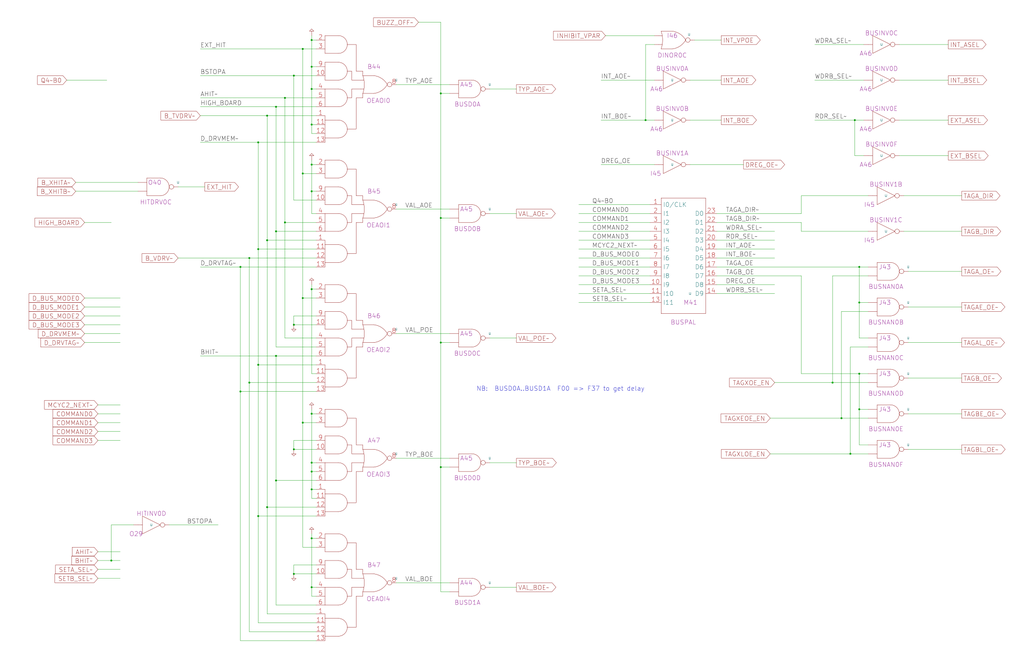
<source format=kicad_sch>
(kicad_sch (version 20220404) (generator eeschema)
  (paper "User" 584.2 378.46)
  (title_block (title "BUS CONTROL") (date "08-MAR-90") (rev "0.0") (comment 1 "MEM32 BOARD") (comment 2 "232-003066") (comment 3 "S400") (comment 4 "RELEASED"))
  (lib_symbols
    (symbol "r1000:BUSPAL" (pin_names (offset 1.016))
      (property "Reference" "U" (at 2.54 5.08 0))
      (property "Value" "BUSPAL" (at -11.43 -5.08 0))
      (property "Location" "___" (at -1.27 0 0))
      (property "Name" "______" (at -1.27 -12.7 0))
      (symbol "BUSPAL_1_1"
        (rectangle (start -13.97 59.69) (end 11.43 -6.35))
        (pin input line (at -20.32 55.88 0) (length 6.35) (name "I0/CLK") (number "1"))
        (pin input line (at -20.32 10.16 0) (length 6.35) (name "I9") (number "10"))
        (pin input line (at -20.32 5.08 0) (length 6.35) (name "I10") (number "11"))
        (pin input line (at -20.32 0 0) (length 6.35) (name "I11") (number "13"))
        (pin output line (at 17.78 5.08 180) (length 6.35) (name "D9") (number "14"))
        (pin output line (at 17.78 10.16 180) (length 6.35) (name "D8") (number "15"))
        (pin output line (at 17.78 15.24 180) (length 6.35) (name "D7") (number "16"))
        (pin output line (at 17.78 20.32 180) (length 6.35) (name "D6") (number "17"))
        (pin output line (at 17.78 25.4 180) (length 6.35) (name "D5") (number "18"))
        (pin output line (at 17.78 30.48 180) (length 6.35) (name "D4") (number "19"))
        (pin input line (at -20.32 50.8 0) (length 6.35) (name "I1") (number "2"))
        (pin output line (at 17.78 35.56 180) (length 6.35) (name "D3") (number "20"))
        (pin output line (at 17.78 40.64 180) (length 6.35) (name "D2") (number "21"))
        (pin output line (at 17.78 45.72 180) (length 6.35) (name "D1") (number "22"))
        (pin output line (at 17.78 50.8 180) (length 6.35) (name "D0") (number "23"))
        (pin input line (at -20.32 45.72 0) (length 6.35) (name "I2") (number "3"))
        (pin input line (at -20.32 40.64 0) (length 6.35) (name "I3") (number "4"))
        (pin input line (at -20.32 35.56 0) (length 6.35) (name "I4") (number "5"))
        (pin input line (at -20.32 30.48 0) (length 6.35) (name "I5") (number "6"))
        (pin input line (at -20.32 25.4 0) (length 6.35) (name "I6") (number "7"))
        (pin input line (at -20.32 20.32 0) (length 6.35) (name "I7") (number "8"))
        (pin input line (at -20.32 15.24 0) (length 6.35) (name "I8") (number "9"))
      )
    )
    (symbol "r1000:F00" (pin_numbers hide) (pin_names hide)
      (property "Reference" "U" (at 15.24 0 0))
      (property "Value" "F00" (at 1.905 -5.08 0))
      (property "Location" "___" (at 1.905 0 0))
      (property "Name" "______" (at 2.54 -12.7 0))
      (symbol "F00_0_1"
        (polyline (pts (xy -2.54 -7.62) (xy 5.08 -7.62)) (stroke (width 0.1524)))
        (polyline (pts (xy -2.54 2.54) (xy -2.54 -7.62)) (stroke (width 0.1524)))
        (polyline (pts (xy -2.54 2.54) (xy 5.08 2.54)) (stroke (width 0.1524)))
        (arc (start 5.08 -7.62) (mid 10.1282 -2.54) (end 5.08 2.54) (stroke (width 0.1524)))
        (circle (center 11.43 -2.54) (radius 1.27) (stroke (width 0.1524)))
      )
      (symbol "F00_0_2"
        (circle (center -3.81 -5.08) (radius 1.27) (stroke (width 0.1524)))
        (circle (center -3.81 0) (radius 1.27) (stroke (width 0.1524)))
        (arc (start -3.175 -7.62) (mid -2.134 -2.54) (end -3.175 2.54) (stroke (width 0.1524)))
        (polyline (pts (xy -3.175 -7.62) (xy 3.81 -7.62)) (stroke (width 0.1524)))
        (polyline (pts (xy -3.175 2.54) (xy 3.81 2.54)) (stroke (width 0.1524)))
        (arc (start 3.81 -7.62) (mid 7.5855 -5.8306) (end 10.16 -2.54) (stroke (width 0.1524)))
        (arc (start 10.16 -2.54) (mid 7.5827 0.7471) (end 3.81 2.54) (stroke (width 0.1524)))
      )
      (symbol "F00_1_1"
        (pin input line (at -7.62 0 0) (length 5.08) (name "D0") (number "1"))
        (pin input line (at -7.62 -5.08 0) (length 5.08) (name "D1") (number "2"))
        (pin output line (at 15.24 -2.54 180) (length 2.54) (name "Q") (number "3"))
      )
      (symbol "F00_1_2"
        (pin input line (at -7.62 0 0) (length 2.54) (name "D0") (number "1"))
        (pin input line (at -7.62 -5.08 0) (length 2.54) (name "D1") (number "2"))
        (pin output line (at 15.24 -2.54 180) (length 5.08) (name "Q") (number "3"))
      )
    )
    (symbol "r1000:F02" (pin_numbers hide) (pin_names hide)
      (property "Reference" "U" (at 12.16 0.635 0))
      (property "Value" "F02" (at -1.27 -4.445 0))
      (property "Location" "___" (at 2.54 0 0))
      (property "Name" "______" (at 2.54 -12.7 0))
      (symbol "F02_0_1"
        (arc (start -3.81 -7.62) (mid -2.9847 -2.54) (end -3.81 2.54) (stroke (width 0.1524)))
        (polyline (pts (xy -5.08 -5.08) (xy -3.175 -5.08)) (stroke (width 0.1524)))
        (polyline (pts (xy -5.08 0) (xy -3.175 0)) (stroke (width 0.1524)))
        (polyline (pts (xy -3.81 -7.62) (xy 2.54 -7.62)) (stroke (width 0.1524)))
        (polyline (pts (xy -3.81 2.54) (xy 2.54 2.54)) (stroke (width 0.1524)))
        (polyline (pts (xy 13.97 -2.54) (xy 12.7 -2.54)) (stroke (width 0.1524)))
        (arc (start 2.54 -7.62) (mid 6.9515 -5.9823) (end 10.16 -2.54) (stroke (width 0.1524)))
        (arc (start 10.16 -2.54) (mid 6.9478 0.8966) (end 2.54 2.54) (stroke (width 0.1524)))
        (circle (center 11.43 -2.54) (radius 1.27) (stroke (width 0.1524)))
      )
      (symbol "F02_0_2"
        (circle (center -3.81 -5.08) (radius 1.27) (stroke (width 0.1524)))
        (circle (center -3.81 0) (radius 1.27) (stroke (width 0.1524)))
        (polyline (pts (xy -2.54 -7.62) (xy 5.08 -7.62)) (stroke (width 0.1524)))
        (polyline (pts (xy -2.54 2.54) (xy -2.54 -7.62)) (stroke (width 0.1524)))
        (polyline (pts (xy -2.54 2.54) (xy 5.08 2.54)) (stroke (width 0.1524)))
        (polyline (pts (xy 11.43 -2.54) (xy 10.16 -2.54)) (stroke (width 0.1524)))
        (polyline (pts (xy 11.43 -2.54) (xy 12.7 -2.54)) (stroke (width 0.1524)))
        (arc (start 5.08 -7.62) (mid 10.1282 -2.54) (end 5.08 2.54) (stroke (width 0.1524)))
      )
      (symbol "F02_1_1"
        (pin input line (at -7.62 0 0) (length 2.54) (name "D0") (number "1"))
        (pin input line (at -7.62 -5.08 0) (length 2.54) (name "D1") (number "2"))
        (pin output line (at 15.24 -2.54 180) (length 1.27) (name "Q") (number "3"))
      )
      (symbol "F02_1_2"
        (pin input line (at -7.62 0 0) (length 2.54) (name "D0") (number "1"))
        (pin input line (at -7.62 -5.08 0) (length 2.54) (name "D1") (number "2"))
        (pin output line (at 15.24 -2.54 180) (length 2.54) (name "Q") (number "3"))
      )
    )
    (symbol "r1000:F04" (pin_numbers hide) (pin_names hide)
      (property "Reference" "U" (at 0 0 0))
      (property "Value" "F04" (at 1.27 -5.08 0))
      (property "Location" "___" (at -12.7 -5.08 0))
      (property "Name" "______" (at 0 5.08 0))
      (symbol "F04_0_1"
        (polyline (pts (xy -7.62 0) (xy -5.08 0)) (stroke (width 0.1524)))
        (polyline (pts (xy -5.08 5.08) (xy -5.08 -5.08)) (stroke (width 0.1524)))
        (polyline (pts (xy 5.08 0) (xy -5.08 -5.08)) (stroke (width 0.1524)))
        (polyline (pts (xy 5.08 0) (xy -5.08 5.08)) (stroke (width 0.1524)))
        (circle (center 6.35 0) (radius 1.27) (stroke (width 0.1524)))
      )
      (symbol "F04_1_1"
        (pin input line (at -10.16 0 0) (length 2.54) (name "D0") (number "1"))
        (pin output line (at 10.16 0 180) (length 2.54) (name "Q") (number "2"))
      )
    )
    (symbol "r1000:F37" (pin_numbers hide) (pin_names (offset 0) hide)
      (property "Reference" "U" (at 15.24 0 0))
      (property "Value" "F37" (at 1.905 -5.08 0))
      (property "Location" "___" (at 1.905 0 0))
      (property "Name" "______" (at 2.54 -12.7 0))
      (symbol "F37_0_1"
        (polyline (pts (xy -2.54 -7.62) (xy 5.08 -7.62)) (stroke (width 0.1524)))
        (polyline (pts (xy -2.54 2.54) (xy -2.54 -7.62)) (stroke (width 0.1524)))
        (polyline (pts (xy -2.54 2.54) (xy 5.08 2.54)) (stroke (width 0.1524)))
        (arc (start 5.08 -7.62) (mid 10.1282 -2.54) (end 5.08 2.54) (stroke (width 0.1524)))
        (circle (center 11.43 -2.54) (radius 1.27) (stroke (width 0.1524)))
      )
      (symbol "F37_0_2"
        (circle (center -3.81 -5.08) (radius 1.27) (stroke (width 0.1524)))
        (circle (center -3.81 0) (radius 1.27) (stroke (width 0.1524)))
        (arc (start -3.175 -7.62) (mid -2.134 -2.54) (end -3.175 2.54) (stroke (width 0.1524)))
        (polyline (pts (xy -3.175 -7.62) (xy 3.81 -7.62)) (stroke (width 0.1524)))
        (polyline (pts (xy -3.175 2.54) (xy 3.81 2.54)) (stroke (width 0.1524)))
        (arc (start 3.81 -7.62) (mid 7.5855 -5.8306) (end 10.16 -2.54) (stroke (width 0.1524)))
        (arc (start 10.16 -2.54) (mid 7.5827 0.7471) (end 3.81 2.54) (stroke (width 0.1524)))
      )
      (symbol "F37_1_1"
        (pin input line (at -7.62 0 0) (length 5.08) (name "D0") (number "1"))
        (pin input line (at -7.62 -5.08 0) (length 5.08) (name "D1") (number "2"))
        (pin output line (at 15.24 -2.54 180) (length 2.54) (name "Q") (number "3"))
      )
      (symbol "F37_1_2"
        (pin input line (at -7.62 0 0) (length 2.54) (name "D0") (number "1"))
        (pin input line (at -7.62 -5.08 0) (length 2.54) (name "D1") (number "2"))
        (pin output line (at 15.24 -2.54 180) (length 5.08) (name "Q") (number "3"))
      )
    )
    (symbol "r1000:F64" (pin_names hide)
      (property "Reference" "U" (at 15.24 2.54 0))
      (property "Value" "F64" (at 2.54 0 0))
      (property "Location" "___" (at 2.54 10.16 0))
      (property "Name" "______" (at 5.08 -10.62 0))
      (symbol "F64_0_0"
        (arc (start -17.78 -30.48) (mid -14.1879 -28.9921) (end -12.7 -25.4) (stroke (width 0.1524)))
        (arc (start -17.78 -12.7) (mid -14.1879 -11.2121) (end -12.7 -7.62) (stroke (width 0.1524)))
        (arc (start -17.78 2.54) (mid -14.1879 4.0279) (end -12.7 7.62) (stroke (width 0.1524)))
        (arc (start -17.78 17.78) (mid -14.1879 19.2679) (end -12.7 22.86) (stroke (width 0.1524)))
        (arc (start -12.7 -25.4) (mid -14.1879 -21.8079) (end -17.78 -20.32) (stroke (width 0.1524)))
        (arc (start -12.7 -7.62) (mid -14.1879 -4.0279) (end -17.78 -2.54) (stroke (width 0.1524)))
        (arc (start -12.7 7.62) (mid -14.1879 11.2121) (end -17.78 12.7) (stroke (width 0.1524)))
        (arc (start -12.7 22.86) (mid -14.1879 26.4521) (end -17.78 27.94) (stroke (width 0.1524)))
        (arc (start -3.8173 -5.08) (mid -2.9926 0) (end -3.8173 5.08) (stroke (width 0.1524)))
        (polyline (pts (xy -25.4 -30.48) (xy -17.78 -30.48)) (stroke (width 0.1524)))
        (polyline (pts (xy -25.4 -20.32) (xy -17.78 -20.32)) (stroke (width 0.1524)))
        (polyline (pts (xy -25.4 -12.7) (xy -17.78 -12.7)) (stroke (width 0.1524)))
        (polyline (pts (xy -25.4 -2.54) (xy -17.78 -2.54)) (stroke (width 0.1524)))
        (polyline (pts (xy -25.4 2.54) (xy -17.78 2.54)) (stroke (width 0.1524)))
        (polyline (pts (xy -25.4 12.7) (xy -17.78 12.7)) (stroke (width 0.1524)))
        (polyline (pts (xy -25.4 17.78) (xy -17.78 17.78)) (stroke (width 0.1524)))
        (polyline (pts (xy -25.4 27.94) (xy -17.78 27.94)) (stroke (width 0.1524)))
        (polyline (pts (xy -3.81 -5.08) (xy 2.54 -5.08)) (stroke (width 0.1524)))
        (polyline (pts (xy -3.81 5.08) (xy 2.54 5.08)) (stroke (width 0.1524)))
        (arc (start 2.54 -5.08) (mid 6.9504 -3.4405) (end 10.16 0) (stroke (width 0.1524)))
        (arc (start 10.16 0) (mid 6.9516 3.4424) (end 2.54 5.08) (stroke (width 0.1524)))
        (circle (center 11.43 0) (radius 1.27) (stroke (width 0.1524)))
      )
      (symbol "F64_0_1"
        (polyline (pts (xy -25.4 -33.02) (xy -25.4 -30.48)) (stroke (width 0.1524)))
        (polyline (pts (xy -25.4 -20.32) (xy -25.4 -30.48)) (stroke (width 0.1524)))
        (polyline (pts (xy -25.4 -17.78) (xy -25.4 -20.32)) (stroke (width 0.1524)))
        (polyline (pts (xy -25.4 -2.54) (xy -25.4 -12.7)) (stroke (width 0.1524)))
        (polyline (pts (xy -25.4 12.7) (xy -25.4 2.54)) (stroke (width 0.1524)))
        (polyline (pts (xy -25.4 27.94) (xy -25.4 17.78)) (stroke (width 0.1524)))
        (polyline (pts (xy -12.7 -7.62) (xy -12.7 -7.62)) (stroke (width 0.1524)))
        (polyline (pts (xy -5.08 -2.54) (xy -3.175 -2.54)) (stroke (width 0.1524)))
        (polyline (pts (xy -5.08 2.54) (xy -3.175 2.54)) (stroke (width 0.1524)))
        (polyline (pts (xy -12.7 -7.62) (xy -10.16 -7.62) (xy -10.16 -2.54) (xy -5.08 -2.54)) (stroke (width 0.1524)))
        (polyline (pts (xy -12.7 7.62) (xy -10.16 7.62) (xy -10.16 2.54) (xy -5.08 2.54)) (stroke (width 0.1524)))
        (polyline (pts (xy -3.81 -5.08) (xy -3.81 -7.62) (xy -7.62 -7.62) (xy -7.62 -25.4) (xy -12.7 -25.4)) (stroke (width 0.1524)))
        (polyline (pts (xy -3.81 5.08) (xy -3.81 7.62) (xy -7.62 7.62) (xy -7.62 22.86) (xy -12.7 22.86)) (stroke (width 0.1524)))
      )
      (symbol "F64_1_1"
        (pin input line (at -30.48 -17.78 0) (length 5.08) (name "D0") (number "1"))
        (pin input line (at -30.48 5.08 0) (length 5.08) (name "B1") (number "10"))
        (pin input line (at -30.48 -22.86 0) (length 5.08) (name "D1") (number "11"))
        (pin input line (at -30.48 -27.94 0) (length 5.08) (name "D2") (number "12"))
        (pin input line (at -30.48 -33.02 0) (length 5.08) (name "D3") (number "13"))
        (pin input line (at -30.48 25.4 0) (length 5.08) (name "A0") (number "2"))
        (pin input line (at -30.48 20.32 0) (length 5.08) (name "A1") (number "3"))
        (pin input line (at -30.48 -2.54 0) (length 5.08) (name "C0") (number "4"))
        (pin input line (at -30.48 -7.62 0) (length 5.08) (name "C1") (number "5"))
        (pin input line (at -30.48 -12.7 0) (length 5.08) (name "C2") (number "6"))
        (pin output line (at 15.24 0 180) (length 2.54) (name "Q") (number "8"))
        (pin input line (at -30.48 10.16 0) (length 5.08) (name "B0") (number "9"))
      )
    )
    (symbol "r1000:PD" (power) (pin_numbers hide) (pin_names hide) (in_bom no)
      (symbol "PD_0_1"
        (polyline (pts (xy 0 -2.54) (xy 1.27 -2.54) (xy 0 -3.81) (xy -1.27 -2.54) (xy 0 -2.54)) (stroke (width 0.1524)))
      )
      (symbol "PD_1_1"
        (pin power_in line (at 0 0 270) (length 2.54) (name "PD") (number "1"))
      )
    )
    (symbol "r1000:PU" (power) (pin_numbers hide) (pin_names hide)
      (symbol "PU_0_1"
        (polyline (pts (xy 0 2.54) (xy -1.27 2.54) (xy 0 3.81) (xy 1.27 2.54) (xy 0 2.54)) (stroke (width 0.1524)))
      )
      (symbol "PU_1_1"
        (pin power_in line (at 0 0 90) (length 2.54) (name "PU") (number "1"))
      )
    )
  )
  (junction (at 485.14 259.08))
  (junction (at 474.98 218.44))
  (junction (at 142.24 218.44))
  (junction (at 490.22 172.72))
  (junction (at 142.24 147.32))
  (junction (at 480.06 238.76))
  (junction (at 177.8 165.1))
  (junction (at 147.32 208.28))
  (junction (at 167.64 43.18))
  (junction (at 157.48 274.32))
  (junction (at 152.4 137.16))
  (junction (at 251.46 53.34))
  (junction (at 172.72 27.94))
  (junction (at 177.8 71.12))
  (junction (at 162.56 55.88))
  (junction (at 167.64 185.42))
  (junction (at 177.8 236.22))
  (junction (at 152.4 289.56))
  (junction (at 167.64 256.54))
  (junction (at 147.32 294.64))
  (junction (at 162.56 127))
  (junction (at 152.4 66.04))
  (junction (at 172.72 99.06))
  (junction (at 177.8 50.8))
  (junction (at 490.22 152.4))
  (junction (at 137.16 223.52))
  (junction (at 177.8 279.4))
  (junction (at 251.46 124.46))
  (junction (at 251.46 266.7))
  (junction (at 177.8 109.22))
  (junction (at 172.72 241.3))
  (junction (at 147.32 81.28))
  (junction (at 167.64 327.66))
  (junction (at 251.46 195.58))
  (junction (at 177.8 269.24))
  (junction (at 177.8 22.86))
  (junction (at 177.8 335.28))
  (junction (at 157.48 60.96))
  (junction (at 157.48 203.2))
  (junction (at 177.8 38.1))
  (junction (at 157.48 132.08))
  (junction (at 490.22 233.68))
  (junction (at 490.22 213.36))
  (junction (at 137.16 152.4))
  (junction (at 368.3 68.58))
  (junction (at 147.32 142.24))
  (junction (at 177.8 93.98))
  (junction (at 487.68 68.58))
  (junction (at 63.5 320.04))
  (junction (at 177.8 307.34))
  (junction (at 172.72 170.18))
  (junction (at 177.8 264.16))
  (wire (pts (xy 55.88 241.3) (xy 68.58 241.3)))
  (wire (pts (xy 157.48 203.2) (xy 180.34 203.2)))
  (wire (pts (xy 180.34 127) (xy 162.56 127)))
  (wire (pts (xy 162.56 55.88) (xy 180.34 55.88)))
  (wire (pts (xy 180.34 322.58) (xy 167.64 322.58)))
  (wire (pts (xy 137.16 365.76) (xy 137.16 223.52)))
  (wire (pts (xy 172.72 312.42) (xy 172.72 241.3)))
  (wire (pts (xy 330.2 121.92) (xy 370.84 121.92)))
  (wire (pts (xy 393.7 45.72) (xy 411.48 45.72)))
  (wire (pts (xy 162.56 127) (xy 162.56 55.88)))
  (wire (pts (xy 518.16 256.54) (xy 548.64 256.54)))
  (wire (pts (xy 330.2 127) (xy 370.84 127)))
  (wire (pts (xy 518.16 154.94) (xy 548.64 154.94)))
  (wire (pts (xy 439.42 259.08) (xy 485.14 259.08)))
  (wire (pts (xy 474.98 218.44) (xy 474.98 157.48)))
  (wire (pts (xy 226.06 332.74) (xy 256.54 332.74)))
  (wire (pts (xy 55.88 236.22) (xy 68.58 236.22)))
  (wire (pts (xy 487.68 88.9) (xy 487.68 68.58)))
  (wire (pts (xy 180.34 251.46) (xy 167.64 251.46)))
  (wire (pts (xy 330.2 167.64) (xy 370.84 167.64)))
  (wire (pts (xy 490.22 254) (xy 490.22 233.68)))
  (wire (pts (xy 177.8 236.22) (xy 177.8 233.68)))
  (wire (pts (xy 408.94 137.16) (xy 441.96 137.16)))
  (wire (pts (xy 167.64 114.3) (xy 167.64 43.18)))
  (wire (pts (xy 177.8 50.8) (xy 177.8 71.12)))
  (wire (pts (xy 157.48 60.96) (xy 180.34 60.96)))
  (wire (pts (xy 152.4 289.56) (xy 180.34 289.56)))
  (wire (pts (xy 368.3 25.4) (xy 373.38 25.4)))
  (wire (pts (xy 251.46 337.82) (xy 256.54 337.82)))
  (wire (pts (xy 114.3 55.88) (xy 162.56 55.88)))
  (wire (pts (xy 226.06 190.5) (xy 256.54 190.5)))
  (wire (pts (xy 180.34 340.36) (xy 177.8 340.36)))
  (wire (pts (xy 101.6 147.32) (xy 142.24 147.32)))
  (wire (pts (xy 330.2 147.32) (xy 370.84 147.32)))
  (wire (pts (xy 441.96 218.44) (xy 474.98 218.44)))
  (wire (pts (xy 439.42 238.76) (xy 480.06 238.76)))
  (wire (pts (xy 172.72 170.18) (xy 172.72 99.06)))
  (wire (pts (xy 279.4 121.92) (xy 294.64 121.92)))
  (wire (pts (xy 177.8 22.86) (xy 177.8 38.1)))
  (wire (pts (xy 279.4 264.16) (xy 294.64 264.16)))
  (wire (pts (xy 167.64 251.46) (xy 167.64 256.54)))
  (wire (pts (xy 147.32 81.28) (xy 180.34 81.28)))
  (wire (pts (xy 63.5 299.72) (xy 76.2 299.72)))
  (wire (pts (xy 490.22 172.72) (xy 495.3 172.72)))
  (wire (pts (xy 114.3 27.94) (xy 172.72 27.94)))
  (wire (pts (xy 147.32 208.28) (xy 147.32 142.24)))
  (wire (pts (xy 180.34 137.16) (xy 152.4 137.16)))
  (wire (pts (xy 480.06 238.76) (xy 495.3 238.76)))
  (wire (pts (xy 172.72 99.06) (xy 172.72 27.94)))
  (wire (pts (xy 457.2 157.48) (xy 457.2 213.36)))
  (wire (pts (xy 408.94 162.56) (xy 441.96 162.56)))
  (wire (pts (xy 152.4 137.16) (xy 152.4 289.56)))
  (wire (pts (xy 48.26 180.34) (xy 68.58 180.34)))
  (wire (pts (xy 152.4 289.56) (xy 152.4 350.52)))
  (wire (pts (xy 167.64 327.66) (xy 180.34 327.66)))
  (wire (pts (xy 393.7 68.58) (xy 411.48 68.58)))
  (wire (pts (xy 226.06 261.62) (xy 256.54 261.62)))
  (wire (pts (xy 408.94 167.64) (xy 441.96 167.64)))
  (wire (pts (xy 330.2 172.72) (xy 370.84 172.72)))
  (wire (pts (xy 114.3 152.4) (xy 137.16 152.4)))
  (wire (pts (xy 177.8 264.16) (xy 177.8 269.24)))
  (wire (pts (xy 490.22 213.36) (xy 495.3 213.36)))
  (wire (pts (xy 180.34 236.22) (xy 177.8 236.22)))
  (wire (pts (xy 152.4 66.04) (xy 180.34 66.04)))
  (wire (pts (xy 177.8 93.98) (xy 177.8 91.44)))
  (wire (pts (xy 480.06 177.8) (xy 495.3 177.8)))
  (wire (pts (xy 180.34 50.8) (xy 177.8 50.8)))
  (wire (pts (xy 487.68 68.58) (xy 492.76 68.58)))
  (wire (pts (xy 147.32 208.28) (xy 180.34 208.28)))
  (wire (pts (xy 177.8 269.24) (xy 177.8 279.4)))
  (wire (pts (xy 96.52 299.72) (xy 124.46 299.72)))
  (wire (pts (xy 180.34 38.1) (xy 177.8 38.1)))
  (wire (pts (xy 485.14 259.08) (xy 495.3 259.08)))
  (wire (pts (xy 513.08 88.9) (xy 541.02 88.9)))
  (wire (pts (xy 167.64 180.34) (xy 167.64 185.42)))
  (wire (pts (xy 180.34 264.16) (xy 177.8 264.16)))
  (wire (pts (xy 180.34 142.24) (xy 147.32 142.24)))
  (wire (pts (xy 408.94 152.4) (xy 490.22 152.4)))
  (wire (pts (xy 137.16 223.52) (xy 137.16 152.4)))
  (wire (pts (xy 147.32 355.6) (xy 147.32 294.64)))
  (wire (pts (xy 180.34 76.2) (xy 177.8 76.2)))
  (wire (pts (xy 177.8 279.4) (xy 180.34 279.4)))
  (wire (pts (xy 330.2 152.4) (xy 370.84 152.4)))
  (wire (pts (xy 167.64 256.54) (xy 180.34 256.54)))
  (wire (pts (xy 180.34 345.44) (xy 157.48 345.44)))
  (wire (pts (xy 43.18 104.14) (xy 78.74 104.14)))
  (wire (pts (xy 157.48 198.12) (xy 157.48 132.08)))
  (wire (pts (xy 177.8 71.12) (xy 177.8 76.2)))
  (wire (pts (xy 408.94 147.32) (xy 441.96 147.32)))
  (wire (pts (xy 48.26 175.26) (xy 68.58 175.26)))
  (wire (pts (xy 345.44 20.32) (xy 373.38 20.32)))
  (wire (pts (xy 114.3 203.2) (xy 157.48 203.2)))
  (wire (pts (xy 177.8 93.98) (xy 177.8 109.22)))
  (wire (pts (xy 48.26 170.18) (xy 68.58 170.18)))
  (wire (pts (xy 48.26 195.58) (xy 68.58 195.58)))
  (wire (pts (xy 393.7 93.98) (xy 424.18 93.98)))
  (wire (pts (xy 180.34 355.6) (xy 147.32 355.6)))
  (wire (pts (xy 55.88 314.96) (xy 68.58 314.96)))
  (wire (pts (xy 251.46 12.7) (xy 251.46 53.34)))
  (wire (pts (xy 177.8 165.1) (xy 177.8 162.56)))
  (wire (pts (xy 162.56 193.04) (xy 162.56 127)))
  (wire (pts (xy 342.9 45.72) (xy 373.38 45.72)))
  (wire (pts (xy 279.4 50.8) (xy 294.64 50.8)))
  (wire (pts (xy 515.62 132.08) (xy 548.64 132.08)))
  (wire (pts (xy 147.32 294.64) (xy 180.34 294.64)))
  (wire (pts (xy 457.2 213.36) (xy 490.22 213.36)))
  (wire (pts (xy 457.2 121.92) (xy 457.2 111.76)))
  (wire (pts (xy 279.4 335.28) (xy 294.64 335.28)))
  (wire (pts (xy 238.76 12.7) (xy 251.46 12.7)))
  (wire (pts (xy 474.98 157.48) (xy 495.3 157.48)))
  (wire (pts (xy 330.2 132.08) (xy 370.84 132.08)))
  (wire (pts (xy 142.24 147.32) (xy 142.24 218.44)))
  (wire (pts (xy 408.94 132.08) (xy 441.96 132.08)))
  (wire (pts (xy 180.34 180.34) (xy 167.64 180.34)))
  (wire (pts (xy 114.3 43.18) (xy 167.64 43.18)))
  (wire (pts (xy 147.32 142.24) (xy 147.32 81.28)))
  (wire (pts (xy 172.72 241.3) (xy 172.72 170.18)))
  (wire (pts (xy 330.2 116.84) (xy 370.84 116.84)))
  (wire (pts (xy 251.46 53.34) (xy 256.54 53.34)))
  (wire (pts (xy 177.8 109.22) (xy 177.8 121.92)))
  (wire (pts (xy 251.46 195.58) (xy 256.54 195.58)))
  (wire (pts (xy 63.5 320.04) (xy 63.5 299.72)))
  (wire (pts (xy 408.94 121.92) (xy 457.2 121.92)))
  (wire (pts (xy 38.1 45.72) (xy 60.96 45.72)))
  (wire (pts (xy 251.46 266.7) (xy 256.54 266.7)))
  (wire (pts (xy 177.8 165.1) (xy 177.8 213.36)))
  (wire (pts (xy 55.88 251.46) (xy 68.58 251.46)))
  (wire (pts (xy 330.2 162.56) (xy 370.84 162.56)))
  (wire (pts (xy 180.34 365.76) (xy 137.16 365.76)))
  (wire (pts (xy 177.8 71.12) (xy 180.34 71.12)))
  (wire (pts (xy 114.3 60.96) (xy 157.48 60.96)))
  (wire (pts (xy 490.22 233.68) (xy 495.3 233.68)))
  (wire (pts (xy 408.94 157.48) (xy 457.2 157.48)))
  (wire (pts (xy 180.34 99.06) (xy 172.72 99.06)))
  (wire (pts (xy 513.08 68.58) (xy 541.02 68.58)))
  (wire (pts (xy 172.72 170.18) (xy 180.34 170.18)))
  (wire (pts (xy 180.34 22.86) (xy 177.8 22.86)))
  (wire (pts (xy 251.46 195.58) (xy 251.46 266.7)))
  (wire (pts (xy 495.3 254) (xy 490.22 254)))
  (wire (pts (xy 180.34 350.52) (xy 152.4 350.52)))
  (wire (pts (xy 180.34 121.92) (xy 177.8 121.92)))
  (wire (pts (xy 157.48 274.32) (xy 180.34 274.32)))
  (wire (pts (xy 480.06 238.76) (xy 480.06 177.8)))
  (wire (pts (xy 457.2 127) (xy 457.2 132.08)))
  (wire (pts (xy 180.34 218.44) (xy 142.24 218.44)))
  (wire (pts (xy 180.34 132.08) (xy 157.48 132.08)))
  (wire (pts (xy 251.46 53.34) (xy 251.46 124.46)))
  (wire (pts (xy 279.4 193.04) (xy 294.64 193.04)))
  (wire (pts (xy 330.2 157.48) (xy 370.84 157.48)))
  (wire (pts (xy 48.26 190.5) (xy 68.58 190.5)))
  (wire (pts (xy 226.06 48.26) (xy 256.54 48.26)))
  (wire (pts (xy 55.88 330.2) (xy 68.58 330.2)))
  (wire (pts (xy 177.8 269.24) (xy 180.34 269.24)))
  (wire (pts (xy 396.24 22.86) (xy 411.48 22.86)))
  (wire (pts (xy 457.2 132.08) (xy 495.3 132.08)))
  (wire (pts (xy 330.2 137.16) (xy 370.84 137.16)))
  (wire (pts (xy 490.22 233.68) (xy 490.22 213.36)))
  (wire (pts (xy 518.16 236.22) (xy 548.64 236.22)))
  (wire (pts (xy 101.6 106.68) (xy 116.84 106.68)))
  (wire (pts (xy 43.18 109.22) (xy 78.74 109.22)))
  (wire (pts (xy 474.98 218.44) (xy 495.3 218.44)))
  (wire (pts (xy 157.48 274.32) (xy 157.48 203.2)))
  (wire (pts (xy 157.48 345.44) (xy 157.48 274.32)))
  (wire (pts (xy 177.8 213.36) (xy 180.34 213.36)))
  (wire (pts (xy 157.48 132.08) (xy 157.48 60.96)))
  (wire (pts (xy 518.16 215.9) (xy 548.64 215.9)))
  (wire (pts (xy 180.34 198.12) (xy 157.48 198.12)))
  (wire (pts (xy 251.46 124.46) (xy 251.46 195.58)))
  (wire (pts (xy 408.94 142.24) (xy 441.96 142.24)))
  (wire (pts (xy 464.82 45.72) (xy 492.76 45.72)))
  (wire (pts (xy 251.46 124.46) (xy 256.54 124.46)))
  (wire (pts (xy 137.16 152.4) (xy 180.34 152.4)))
  (wire (pts (xy 368.3 68.58) (xy 373.38 68.58)))
  (wire (pts (xy 177.8 307.34) (xy 177.8 335.28)))
  (wire (pts (xy 180.34 114.3) (xy 167.64 114.3)))
  (wire (pts (xy 518.16 175.26) (xy 548.64 175.26)))
  (wire (pts (xy 180.34 193.04) (xy 162.56 193.04)))
  (wire (pts (xy 177.8 335.28) (xy 180.34 335.28)))
  (wire (pts (xy 167.64 322.58) (xy 167.64 327.66)))
  (wire (pts (xy 172.72 241.3) (xy 180.34 241.3)))
  (wire (pts (xy 177.8 236.22) (xy 177.8 264.16)))
  (wire (pts (xy 177.8 307.34) (xy 177.8 304.8)))
  (wire (pts (xy 177.8 279.4) (xy 177.8 284.48)))
  (wire (pts (xy 55.88 231.14) (xy 68.58 231.14)))
  (wire (pts (xy 180.34 165.1) (xy 177.8 165.1)))
  (wire (pts (xy 147.32 294.64) (xy 147.32 208.28)))
  (wire (pts (xy 137.16 223.52) (xy 180.34 223.52)))
  (wire (pts (xy 48.26 185.42) (xy 68.58 185.42)))
  (wire (pts (xy 177.8 22.86) (xy 177.8 20.32)))
  (wire (pts (xy 485.14 259.08) (xy 485.14 198.12)))
  (wire (pts (xy 172.72 27.94) (xy 180.34 27.94)))
  (wire (pts (xy 515.62 111.76) (xy 548.64 111.76)))
  (wire (pts (xy 342.9 93.98) (xy 373.38 93.98)))
  (wire (pts (xy 152.4 137.16) (xy 152.4 66.04)))
  (wire (pts (xy 48.26 127) (xy 63.5 127)))
  (wire (pts (xy 180.34 307.34) (xy 177.8 307.34)))
  (wire (pts (xy 485.14 198.12) (xy 495.3 198.12)))
  (wire (pts (xy 368.3 68.58) (xy 368.3 25.4)))
  (wire (pts (xy 513.08 45.72) (xy 541.02 45.72)))
  (wire (pts (xy 177.8 284.48) (xy 180.34 284.48)))
  (wire (pts (xy 55.88 246.38) (xy 68.58 246.38)))
  (wire (pts (xy 330.2 142.24) (xy 370.84 142.24)))
  (wire (pts (xy 180.34 360.68) (xy 142.24 360.68)))
  (wire (pts (xy 63.5 320.04) (xy 68.58 320.04)))
  (wire (pts (xy 464.82 68.58) (xy 487.68 68.58)))
  (wire (pts (xy 55.88 325.12) (xy 68.58 325.12)))
  (wire (pts (xy 177.8 335.28) (xy 177.8 340.36)))
  (wire (pts (xy 142.24 147.32) (xy 180.34 147.32)))
  (wire (pts (xy 492.76 88.9) (xy 487.68 88.9)))
  (wire (pts (xy 142.24 218.44) (xy 142.24 360.68)))
  (wire (pts (xy 490.22 193.04) (xy 490.22 172.72)))
  (wire (pts (xy 513.08 25.4) (xy 541.02 25.4)))
  (wire (pts (xy 342.9 68.58) (xy 368.3 68.58)))
  (wire (pts (xy 457.2 111.76) (xy 495.3 111.76)))
  (wire (pts (xy 177.8 38.1) (xy 177.8 50.8)))
  (wire (pts (xy 114.3 81.28) (xy 147.32 81.28)))
  (wire (pts (xy 180.34 312.42) (xy 172.72 312.42)))
  (wire (pts (xy 114.3 66.04) (xy 152.4 66.04)))
  (wire (pts (xy 251.46 266.7) (xy 251.46 337.82)))
  (wire (pts (xy 464.82 25.4) (xy 492.76 25.4)))
  (wire (pts (xy 490.22 172.72) (xy 490.22 152.4)))
  (wire (pts (xy 180.34 109.22) (xy 177.8 109.22)))
  (wire (pts (xy 518.16 195.58) (xy 548.64 195.58)))
  (wire (pts (xy 167.64 43.18) (xy 180.34 43.18)))
  (wire (pts (xy 408.94 127) (xy 457.2 127)))
  (wire (pts (xy 167.64 185.42) (xy 180.34 185.42)))
  (wire (pts (xy 55.88 320.04) (xy 63.5 320.04)))
  (wire (pts (xy 490.22 152.4) (xy 495.3 152.4)))
  (wire (pts (xy 495.3 193.04) (xy 490.22 193.04)))
  (wire (pts (xy 226.06 119.38) (xy 256.54 119.38)))
  (wire (pts (xy 180.34 93.98) (xy 177.8 93.98)))
  (text "NB:  BUSD0A..BUSD1A  F00 => F37 to get delay" (at 271.78 223.52 0) (effects (font (size 2.54 2.54)) (justify left bottom)))
  (label "RDR_SEL~" (at 464.82 68.58 0) (effects (font (size 2.54 2.54))))
  (label "D_DRVTAG~" (at 114.3 152.4 0) (effects (font (size 2.54 2.54))))
  (label "TAGA_OE" (at 414.02 152.4 0) (effects (font (size 2.54 2.54))))
  (label "VAL_POE" (at 231.14 190.5 0) (effects (font (size 2.54 2.54))))
  (label "INT_BOE~" (at 342.9 68.58 0) (effects (font (size 2.54 2.54))))
  (label "EXT_HIT" (at 114.3 27.94 0) (effects (font (size 2.54 2.54))))
  (label "INT_AOE~" (at 342.9 45.72 0) (effects (font (size 2.54 2.54))))
  (label "COMMAND1" (at 337.82 127 0) (effects (font (size 2.54 2.54))))
  (label "HIGH_BOARD" (at 114.3 60.96 0) (effects (font (size 2.54 2.54))))
  (label "D_BUS_MODE1" (at 337.82 152.4 0) (effects (font (size 2.54 2.54))))
  (label "DREG_OE" (at 342.9 93.98 0) (effects (font (size 2.54 2.54))))
  (label "SETA_SEL~" (at 337.82 167.64 0) (effects (font (size 2.54 2.54))))
  (label "D_BUS_MODE0" (at 337.82 147.32 0) (effects (font (size 2.54 2.54))))
  (label "SETB_SEL~" (at 337.82 172.72 0) (effects (font (size 2.54 2.54))))
  (label "D_BUS_MODE2" (at 337.82 157.48 0) (effects (font (size 2.54 2.54))))
  (label "COMMAND0" (at 337.82 121.92 0) (effects (font (size 2.54 2.54))))
  (label "D_BUS_MODE3" (at 337.82 162.56 0) (effects (font (size 2.54 2.54))))
  (label "WDRA_SEL~" (at 464.82 25.4 0) (effects (font (size 2.54 2.54))))
  (label "DREG_OE" (at 414.02 162.56 0) (effects (font (size 2.54 2.54))))
  (label "COMMAND2" (at 337.82 132.08 0) (effects (font (size 2.54 2.54))))
  (label "TYP_BOE" (at 231.14 261.62 0) (effects (font (size 2.54 2.54))))
  (label "WDRB_SEL~" (at 414.02 167.64 0) (effects (font (size 2.54 2.54))))
  (label "TAGB_OE" (at 414.02 157.48 0) (effects (font (size 2.54 2.54))))
  (label "AHIT~" (at 114.3 55.88 0) (effects (font (size 2.54 2.54))))
  (label "WDRA_SEL~" (at 414.02 132.08 0) (effects (font (size 2.54 2.54))))
  (label "D_DRVMEM~" (at 114.3 81.28 0) (effects (font (size 2.54 2.54))))
  (label "Q4~B0" (at 337.82 116.84 0) (effects (font (size 2.54 2.54))))
  (label "BHIT~" (at 114.3 203.2 0) (effects (font (size 2.54 2.54))))
  (label "BSTOPA" (at 114.3 43.18 0) (effects (font (size 2.54 2.54))))
  (label "VAL_BOE" (at 231.14 332.74 0) (effects (font (size 2.54 2.54))))
  (label "COMMAND3" (at 337.82 137.16 0) (effects (font (size 2.54 2.54))))
  (label "BSTOPA" (at 106.68 299.72 0) (effects (font (size 2.54 2.54))))
  (label "WDRB_SEL~" (at 464.82 45.72 0) (effects (font (size 2.54 2.54))))
  (label "VAL_AOE" (at 231.14 119.38 0) (effects (font (size 2.54 2.54))))
  (label "RDR_SEL~" (at 414.02 137.16 0) (effects (font (size 2.54 2.54))))
  (label "TAGB_DIR~" (at 414.02 127 0) (effects (font (size 2.54 2.54))))
  (label "TAGA_DIR~" (at 414.02 121.92 0) (effects (font (size 2.54 2.54))))
  (label "INT_BOE~" (at 414.02 147.32 0) (effects (font (size 2.54 2.54))))
  (label "MCYC2_NEXT~" (at 337.82 142.24 0) (effects (font (size 2.54 2.54))))
  (label "INT_AOE~" (at 414.02 142.24 0) (effects (font (size 2.54 2.54))))
  (label "TYP_AOE" (at 231.14 48.26 0) (effects (font (size 2.54 2.54))))
  (global_label "INT_VPOE" (shape output) (at 411.48 22.86 0) (effects (font (size 2.54 2.54))) (property "Intersheet References" "${INTERSHEET_REFS}" (at 433.7231 22.7013 0) (effects (font (size 1.905 1.905)) (justify left))))
  (global_label "TAGXEOE_EN" (shape input) (at 439.42 238.76 180) (effects (font (size 2.54 2.54))) (property "Intersheet References" "${INTERSHEET_REFS}" (at 411.3711 238.6013 0) (effects (font (size 1.905 1.905)) (justify right))))
  (global_label "BUZZ_OFF~" (shape input) (at 238.76 12.7 180) (effects (font (size 2.54 2.54))) (property "Intersheet References" "${INTERSHEET_REFS}" (at 213.1302 12.5413 0) (effects (font (size 1.905 1.905)) (justify right))))
  (global_label "TYP_BOE~" (shape output) (at 294.64 264.16 0) (effects (font (size 2.54 2.54))) (property "Intersheet References" "${INTERSHEET_REFS}" (at 317.367 264.0013 0) (effects (font (size 1.905 1.905)) (justify left))))
  (global_label "INHIBIT_VPAR" (shape input) (at 345.44 20.32 180) (effects (font (size 2.54 2.54))) (property "Intersheet References" "${INTERSHEET_REFS}" (at 315.8188 20.1613 0) (effects (font (size 1.905 1.905)) (justify right))))
  (global_label "AHIT~" (shape input) (at 55.88 314.96 180) (effects (font (size 2.54 2.54))) (property "Intersheet References" "${INTERSHEET_REFS}" (at 41.2569 314.8013 0) (effects (font (size 1.905 1.905)) (justify right))))
  (global_label "Q4~B0" (shape input) (at 38.1 45.72 180) (effects (font (size 2.54 2.54))) (property "Intersheet References" "${INTERSHEET_REFS}" (at 21.4207 45.5613 0) (effects (font (size 1.905 1.905)) (justify right))))
  (global_label "INT_BOE" (shape output) (at 411.48 68.58 0) (effects (font (size 2.54 2.54))) (property "Intersheet References" "${INTERSHEET_REFS}" (at 431.546 68.4213 0) (effects (font (size 1.905 1.905)) (justify left))))
  (global_label "B_VDRV~" (shape input) (at 101.6 147.32 180) (effects (font (size 2.54 2.54))) (property "Intersheet References" "${INTERSHEET_REFS}" (at 81.0502 147.1613 0) (effects (font (size 1.905 1.905)) (justify right))))
  (global_label "B_XHITB~" (shape input) (at 43.18 109.22 180) (effects (font (size 2.54 2.54))) (property "Intersheet References" "${INTERSHEET_REFS}" (at 21.2997 109.0613 0) (effects (font (size 1.905 1.905)) (justify right))))
  (global_label "TAGB_OE~" (shape output) (at 548.64 215.9 0) (effects (font (size 2.54 2.54))) (property "Intersheet References" "${INTERSHEET_REFS}" (at 571.367 215.7413 0) (effects (font (size 1.905 1.905)) (justify left))))
  (global_label "INT_ASEL" (shape output) (at 541.02 25.4 0) (effects (font (size 2.54 2.54))) (property "Intersheet References" "${INTERSHEET_REFS}" (at 562.5374 25.2413 0) (effects (font (size 1.905 1.905)) (justify left))))
  (global_label "TAGA_OE~" (shape output) (at 548.64 154.94 0) (effects (font (size 2.54 2.54))) (property "Intersheet References" "${INTERSHEET_REFS}" (at 571.0041 154.7813 0) (effects (font (size 1.905 1.905)) (justify left))))
  (global_label "TYP_AOE~" (shape output) (at 294.64 50.8 0) (effects (font (size 2.54 2.54))) (property "Intersheet References" "${INTERSHEET_REFS}" (at 317.0041 50.6413 0) (effects (font (size 1.905 1.905)) (justify left))))
  (global_label "EXT_ASEL" (shape output) (at 541.02 68.58 0) (effects (font (size 2.54 2.54))) (property "Intersheet References" "${INTERSHEET_REFS}" (at 563.3841 68.4213 0) (effects (font (size 1.905 1.905)) (justify left))))
  (global_label "MCYC2_NEXT~" (shape input) (at 55.88 231.14 180) (effects (font (size 2.54 2.54))) (property "Intersheet References" "${INTERSHEET_REFS}" (at 25.4121 230.9813 0) (effects (font (size 1.905 1.905)) (justify right))))
  (global_label "DREG_OE~" (shape output) (at 424.18 93.98 0) (effects (font (size 2.54 2.54))) (property "Intersheet References" "${INTERSHEET_REFS}" (at 447.6327 93.8213 0) (effects (font (size 1.905 1.905)) (justify left))))
  (global_label "D_DRVTAG~" (shape input) (at 48.26 195.58 180) (effects (font (size 2.54 2.54))) (property "Intersheet References" "${INTERSHEET_REFS}" (at 23.235 195.4213 0) (effects (font (size 1.905 1.905)) (justify right))))
  (global_label "EXT_HIT" (shape output) (at 116.84 106.68 0) (effects (font (size 2.54 2.54))) (property "Intersheet References" "${INTERSHEET_REFS}" (at 136.0593 106.5213 0) (effects (font (size 1.905 1.905)) (justify left))))
  (global_label "TAGBL_OE~" (shape output) (at 548.64 256.54 0) (effects (font (size 2.54 2.54))) (property "Intersheet References" "${INTERSHEET_REFS}" (at 573.4231 256.3813 0) (effects (font (size 1.905 1.905)) (justify left))))
  (global_label "HIGH_BOARD" (shape input) (at 48.26 127 180) (effects (font (size 2.54 2.54))) (property "Intersheet References" "${INTERSHEET_REFS}" (at 19.9692 126.8413 0) (effects (font (size 1.905 1.905)) (justify right))))
  (global_label "B_TVDRV~" (shape input) (at 114.3 66.04 180) (effects (font (size 2.54 2.54))) (property "Intersheet References" "${INTERSHEET_REFS}" (at 91.815 65.8813 0) (effects (font (size 1.905 1.905)) (justify right))))
  (global_label "TAGAE_OE~" (shape output) (at 548.64 175.26 0) (effects (font (size 2.54 2.54))) (property "Intersheet References" "${INTERSHEET_REFS}" (at 573.3022 175.1013 0) (effects (font (size 1.905 1.905)) (justify left))))
  (global_label "D_BUS_MODE0" (shape input) (at 48.26 170.18 180) (effects (font (size 2.54 2.54))) (property "Intersheet References" "${INTERSHEET_REFS}" (at 16.5826 170.0213 0) (effects (font (size 1.905 1.905)) (justify right))))
  (global_label "COMMAND3" (shape input) (at 55.88 251.46 180) (effects (font (size 2.54 2.54))) (property "Intersheet References" "${INTERSHEET_REFS}" (at 30.2502 251.3013 0) (effects (font (size 1.905 1.905)) (justify right))))
  (global_label "B_XHITA~" (shape input) (at 43.18 104.14 180) (effects (font (size 2.54 2.54))) (property "Intersheet References" "${INTERSHEET_REFS}" (at 21.6626 103.9813 0) (effects (font (size 1.905 1.905)) (justify right))))
  (global_label "SETA_SEL~" (shape input) (at 55.88 325.12 180) (effects (font (size 2.54 2.54))) (property "Intersheet References" "${INTERSHEET_REFS}" (at 31.7016 324.9613 0) (effects (font (size 1.905 1.905)) (justify right))))
  (global_label "INT_BSEL" (shape output) (at 541.02 45.72 0) (effects (font (size 2.54 2.54))) (property "Intersheet References" "${INTERSHEET_REFS}" (at 562.9003 45.5613 0) (effects (font (size 1.905 1.905)) (justify left))))
  (global_label "COMMAND2" (shape input) (at 55.88 246.38 180) (effects (font (size 2.54 2.54))) (property "Intersheet References" "${INTERSHEET_REFS}" (at 30.2502 246.2213 0) (effects (font (size 1.905 1.905)) (justify right))))
  (global_label "VAL_AOE~" (shape output) (at 294.64 121.92 0) (effects (font (size 2.54 2.54))) (property "Intersheet References" "${INTERSHEET_REFS}" (at 316.7622 121.7613 0) (effects (font (size 1.905 1.905)) (justify left))))
  (global_label "D_DRVMEM~" (shape input) (at 48.26 190.5 180) (effects (font (size 2.54 2.54))) (property "Intersheet References" "${INTERSHEET_REFS}" (at 21.7835 190.3413 0) (effects (font (size 1.905 1.905)) (justify right))))
  (global_label "INT_AOE" (shape output) (at 411.48 45.72 0) (effects (font (size 2.54 2.54))) (property "Intersheet References" "${INTERSHEET_REFS}" (at 431.1831 45.5613 0) (effects (font (size 1.905 1.905)) (justify left))))
  (global_label "VAL_POE~" (shape output) (at 294.64 193.04 0) (effects (font (size 2.54 2.54))) (property "Intersheet References" "${INTERSHEET_REFS}" (at 317.125 192.8813 0) (effects (font (size 1.905 1.905)) (justify left))))
  (global_label "SETB_SEL~" (shape input) (at 55.88 330.2 180) (effects (font (size 2.54 2.54))) (property "Intersheet References" "${INTERSHEET_REFS}" (at 31.3388 330.0413 0) (effects (font (size 1.905 1.905)) (justify right))))
  (global_label "COMMAND0" (shape input) (at 55.88 236.22 180) (effects (font (size 2.54 2.54))) (property "Intersheet References" "${INTERSHEET_REFS}" (at 30.2502 236.0613 0) (effects (font (size 1.905 1.905)) (justify right))))
  (global_label "TAGXLOE_EN" (shape input) (at 439.42 259.08 180) (effects (font (size 2.54 2.54))) (property "Intersheet References" "${INTERSHEET_REFS}" (at 411.613 258.9213 0) (effects (font (size 1.905 1.905)) (justify right))))
  (global_label "D_BUS_MODE2" (shape input) (at 48.26 180.34 180) (effects (font (size 2.54 2.54))) (property "Intersheet References" "${INTERSHEET_REFS}" (at 16.5826 180.1813 0) (effects (font (size 1.905 1.905)) (justify right))))
  (global_label "D_BUS_MODE3" (shape input) (at 48.26 185.42 180) (effects (font (size 2.54 2.54))) (property "Intersheet References" "${INTERSHEET_REFS}" (at 16.5826 185.2613 0) (effects (font (size 1.905 1.905)) (justify right))))
  (global_label "TAGA_DIR" (shape output) (at 548.64 111.76 0) (effects (font (size 2.54 2.54))) (property "Intersheet References" "${INTERSHEET_REFS}" (at 570.5203 111.6013 0) (effects (font (size 1.905 1.905)) (justify left))))
  (global_label "EXT_BSEL" (shape output) (at 541.02 88.9 0) (effects (font (size 2.54 2.54))) (property "Intersheet References" "${INTERSHEET_REFS}" (at 563.747 88.7413 0) (effects (font (size 1.905 1.905)) (justify left))))
  (global_label "TAGBE_OE~" (shape output) (at 548.64 236.22 0) (effects (font (size 2.54 2.54))) (property "Intersheet References" "${INTERSHEET_REFS}" (at 573.665 236.0613 0) (effects (font (size 1.905 1.905)) (justify left))))
  (global_label "TAGAL_OE~" (shape output) (at 548.64 195.58 0) (effects (font (size 2.54 2.54))) (property "Intersheet References" "${INTERSHEET_REFS}" (at 573.0603 195.4213 0) (effects (font (size 1.905 1.905)) (justify left))))
  (global_label "VAL_BOE~" (shape output) (at 294.64 335.28 0) (effects (font (size 2.54 2.54))) (property "Intersheet References" "${INTERSHEET_REFS}" (at 317.125 335.1213 0) (effects (font (size 1.905 1.905)) (justify left))))
  (global_label "D_BUS_MODE1" (shape input) (at 48.26 175.26 180) (effects (font (size 2.54 2.54))) (property "Intersheet References" "${INTERSHEET_REFS}" (at 16.5826 175.1013 0) (effects (font (size 1.905 1.905)) (justify right))))
  (global_label "COMMAND1" (shape input) (at 55.88 241.3 180) (effects (font (size 2.54 2.54))) (property "Intersheet References" "${INTERSHEET_REFS}" (at 30.2502 241.1413 0) (effects (font (size 1.905 1.905)) (justify right))))
  (global_label "TAGXOE_EN" (shape input) (at 441.96 218.44 180) (effects (font (size 2.54 2.54))) (property "Intersheet References" "${INTERSHEET_REFS}" (at 416.2092 218.2813 0) (effects (font (size 1.905 1.905)) (justify right))))
  (global_label "BHIT~" (shape input) (at 55.88 320.04 180) (effects (font (size 2.54 2.54))) (property "Intersheet References" "${INTERSHEET_REFS}" (at 40.894 319.8813 0) (effects (font (size 1.905 1.905)) (justify right))))
  (global_label "TAGB_DIR" (shape output) (at 548.64 132.08 0) (effects (font (size 2.54 2.54))) (property "Intersheet References" "${INTERSHEET_REFS}" (at 570.8831 131.9213 0) (effects (font (size 1.905 1.905)) (justify left))))
  (symbol (lib_id "r1000:F00") (at 502.92 254 0) (unit 1)
    (default_instance (reference "U") (unit 1) (value "") (footprint ""))
    (property "Reference" "U" (at 518.16 254 0))
    (property "Location" "J43" (at 504.825 254 0) (effects (font (size 2.54 2.54))))
    (property "Name" "BUSNAN0F" (at 505.46 266.7 0) (effects (font (size 2.54 2.54)) (justify bottom)))
  )
  (symbol (lib_id "r1000:PU") (at 177.8 162.56 0) (unit 1)
    (default_instance (reference "U") (unit 1) (value "") (footprint ""))
    (property "Reference" "U" (effects hide))
  )
  (symbol (lib_id "r1000:F04") (at 505.46 132.08 0) (unit 1)
    (default_instance (reference "U") (unit 1) (value "") (footprint ""))
    (property "Reference" "U" (at 505.46 132.08 0))
    (property "Location" "I45" (at 492.76 137.16 0) (effects (font (size 2.54 2.54)) (justify left)))
    (property "Name" "BUSINV1C" (at 505.46 127 0) (effects (font (size 2.54 2.54)) (justify bottom)))
  )
  (symbol (lib_id "r1000:F04") (at 502.92 88.9 0) (unit 1)
    (default_instance (reference "U") (unit 1) (value "") (footprint ""))
    (property "Reference" "U" (at 502.92 88.9 0))
    (property "Location" "A46" (at 490.22 93.98 0) (effects (font (size 2.54 2.54)) (justify left)))
    (property "Name" "BUSINV0F" (at 502.92 83.82 0) (effects (font (size 2.54 2.54)) (justify bottom)))
  )
  (symbol (lib_id "r1000:F00") (at 502.92 233.68 0) (unit 1)
    (default_instance (reference "U") (unit 1) (value "") (footprint ""))
    (property "Reference" "U" (at 518.16 233.68 0))
    (property "Location" "J43" (at 504.825 233.68 0) (effects (font (size 2.54 2.54))))
    (property "Name" "BUSNAN0E" (at 505.46 246.38 0) (effects (font (size 2.54 2.54)) (justify bottom)))
  )
  (symbol (lib_id "r1000:PU") (at 177.8 304.8 0) (unit 1)
    (default_instance (reference "U") (unit 1) (value "") (footprint ""))
    (property "Reference" "U" (effects hide))
  )
  (symbol (lib_id "r1000:PD") (at 167.64 327.66 0) (unit 1) (in_bom no)
    (default_instance (reference "U") (unit 1) (value "") (footprint ""))
    (property "Reference" "U" (effects hide))
  )
  (symbol (lib_id "r1000:PD") (at 167.64 256.54 0) (unit 1) (in_bom no)
    (default_instance (reference "U") (unit 1) (value "") (footprint ""))
    (property "Reference" "U" (effects hide))
  )
  (symbol (lib_id "r1000:F00") (at 502.92 213.36 0) (unit 1)
    (default_instance (reference "U") (unit 1) (value "") (footprint ""))
    (property "Reference" "U" (at 518.16 213.36 0))
    (property "Location" "J43" (at 504.825 213.36 0) (effects (font (size 2.54 2.54))))
    (property "Name" "BUSNAN0D" (at 505.46 226.06 0) (effects (font (size 2.54 2.54)) (justify bottom)))
  )
  (symbol (lib_id "r1000:PU") (at 177.8 233.68 0) (unit 1)
    (default_instance (reference "U") (unit 1) (value "") (footprint ""))
    (property "Reference" "U" (effects hide))
  )
  (symbol (lib_id "r1000:F04") (at 383.54 45.72 0) (unit 1)
    (default_instance (reference "U") (unit 1) (value "") (footprint ""))
    (property "Reference" "U" (at 383.54 45.72 0))
    (property "Location" "A46" (at 370.84 50.8 0) (effects (font (size 2.54 2.54)) (justify left)))
    (property "Name" "BUSINV0A" (at 383.54 40.64 0) (effects (font (size 2.54 2.54)) (justify bottom)))
  )
  (symbol (lib_id "r1000:F04") (at 383.54 68.58 0) (unit 1)
    (default_instance (reference "U") (unit 1) (value "") (footprint ""))
    (property "Reference" "U" (at 383.54 68.58 0))
    (property "Location" "A46" (at 370.84 73.66 0) (effects (font (size 2.54 2.54)) (justify left)))
    (property "Name" "BUSINV0B" (at 383.54 63.5 0) (effects (font (size 2.54 2.54)) (justify bottom)))
  )
  (symbol (lib_id "r1000:F64") (at 210.82 261.62 0) (unit 1)
    (default_instance (reference "U") (unit 1) (value "") (footprint ""))
    (property "Reference" "U" (at 226.06 259.08 0))
    (property "Location" "A47" (at 213.36 251.46 0) (effects (font (size 2.54 2.54))))
    (property "Name" "OEAOI3" (at 215.9 272.24 0) (effects (font (size 2.54 2.54)) (justify bottom)))
  )
  (symbol (lib_id "r1000:PD") (at 167.64 185.42 0) (unit 1) (in_bom no)
    (default_instance (reference "U") (unit 1) (value "") (footprint ""))
    (property "Reference" "U" (effects hide))
  )
  (symbol (lib_id "r1000:F04") (at 502.92 25.4 0) (unit 1)
    (default_instance (reference "U") (unit 1) (value "") (footprint ""))
    (property "Reference" "U" (at 502.92 25.4 0))
    (property "Location" "A46" (at 490.22 30.48 0) (effects (font (size 2.54 2.54)) (justify left)))
    (property "Name" "BUSINV0C" (at 502.92 20.32 0) (effects (font (size 2.54 2.54)) (justify bottom)))
  )
  (symbol (lib_id "r1000:F00") (at 502.92 193.04 0) (unit 1)
    (default_instance (reference "U") (unit 1) (value "") (footprint ""))
    (property "Reference" "U" (at 518.16 193.04 0))
    (property "Location" "J43" (at 504.825 193.04 0) (effects (font (size 2.54 2.54))))
    (property "Name" "BUSNAN0C" (at 505.46 205.74 0) (effects (font (size 2.54 2.54)) (justify bottom)))
  )
  (symbol (lib_id "r1000:F64") (at 210.82 190.5 0) (unit 1)
    (default_instance (reference "U") (unit 1) (value "") (footprint ""))
    (property "Reference" "U" (at 226.06 187.96 0))
    (property "Location" "B46" (at 213.36 180.34 0) (effects (font (size 2.54 2.54))))
    (property "Name" "OEAOI2" (at 215.9 201.12 0) (effects (font (size 2.54 2.54)) (justify bottom)))
  )
  (symbol (lib_id "r1000:BUSPAL") (at 391.16 172.72 0) (unit 1)
    (default_instance (reference "U") (unit 1) (value "") (footprint ""))
    (property "Reference" "U" (at 393.7 167.64 0))
    (property "Location" "M41" (at 389.89 172.72 0) (effects (font (size 2.54 2.54)) (justify left)))
    (property "Name" "BUSPAL" (at 389.89 185.42 0) (effects (font (size 2.54 2.54)) (justify bottom)))
  )
  (symbol (lib_id "r1000:F04") (at 505.46 111.76 0) (unit 1)
    (default_instance (reference "U") (unit 1) (value "") (footprint ""))
    (property "Reference" "U" (at 505.46 111.76 0))
    (property "Location" "I45" (at 492.76 116.84 0) (effects (font (size 2.54 2.54)) (justify left)))
    (property "Name" "BUSINV1B" (at 505.46 106.68 0) (effects (font (size 2.54 2.54)) (justify bottom)))
  )
  (symbol (lib_id "r1000:F00") (at 502.92 152.4 0) (unit 1)
    (default_instance (reference "U") (unit 1) (value "") (footprint ""))
    (property "Reference" "U" (at 518.16 152.4 0))
    (property "Location" "J43" (at 504.825 152.4 0) (effects (font (size 2.54 2.54))))
    (property "Name" "BUSNAN0A" (at 505.46 165.1 0) (effects (font (size 2.54 2.54)) (justify bottom)))
  )
  (symbol (lib_id "r1000:PU") (at 177.8 20.32 0) (unit 1)
    (default_instance (reference "U") (unit 1) (value "") (footprint ""))
    (property "Reference" "U" (effects hide))
  )
  (symbol (lib_id "r1000:F37") (at 264.16 48.26 0) (unit 1)
    (default_instance (reference "U") (unit 1) (value "") (footprint ""))
    (property "Reference" "U" (at 279.4 48.26 0))
    (property "Location" "A45" (at 266.065 48.26 0) (effects (font (size 2.54 2.54))))
    (property "Name" "BUSD0A" (at 266.7 60.96 0) (effects (font (size 2.54 2.54)) (justify bottom)))
  )
  (symbol (lib_id "r1000:F64") (at 210.82 48.26 0) (unit 1)
    (default_instance (reference "U") (unit 1) (value "") (footprint ""))
    (property "Reference" "U" (at 226.06 45.72 0))
    (property "Location" "B44" (at 213.36 38.1 0) (effects (font (size 2.54 2.54))))
    (property "Name" "OEAOI0" (at 215.9 58.88 0) (effects (font (size 2.54 2.54)) (justify bottom)))
  )
  (symbol (lib_id "r1000:F00") (at 86.36 104.14 0) (unit 1)
    (default_instance (reference "U") (unit 1) (value "") (footprint ""))
    (property "Reference" "U" (at 101.6 104.14 0))
    (property "Location" "O40" (at 88.265 104.14 0) (effects (font (size 2.54 2.54))))
    (property "Name" "HITDRV0C" (at 88.9 116.84 0) (effects (font (size 2.54 2.54)) (justify bottom)))
  )
  (symbol (lib_id "r1000:F64") (at 210.82 332.74 0) (unit 1)
    (default_instance (reference "U") (unit 1) (value "") (footprint ""))
    (property "Reference" "U" (at 226.06 330.2 0))
    (property "Location" "B47" (at 213.36 322.58 0) (effects (font (size 2.54 2.54))))
    (property "Name" "OEAOI4" (at 215.9 343.36 0) (effects (font (size 2.54 2.54)) (justify bottom)))
  )
  (symbol (lib_id "r1000:F04") (at 502.92 45.72 0) (unit 1)
    (default_instance (reference "U") (unit 1) (value "") (footprint ""))
    (property "Reference" "U" (at 502.92 45.72 0))
    (property "Location" "A46" (at 490.22 50.8 0) (effects (font (size 2.54 2.54)) (justify left)))
    (property "Name" "BUSINV0D" (at 502.92 40.64 0) (effects (font (size 2.54 2.54)) (justify bottom)))
  )
  (symbol (lib_id "r1000:F37") (at 264.16 332.74 0) (unit 1)
    (default_instance (reference "U") (unit 1) (value "") (footprint ""))
    (property "Reference" "U" (at 279.4 332.74 0))
    (property "Location" "A44" (at 266.065 332.74 0) (effects (font (size 2.54 2.54))))
    (property "Name" "BUSD1A" (at 266.7 345.44 0) (effects (font (size 2.54 2.54)) (justify bottom)))
  )
  (symbol (lib_id "r1000:PU") (at 177.8 91.44 0) (unit 1)
    (default_instance (reference "U") (unit 1) (value "") (footprint ""))
    (property "Reference" "U" (effects hide))
  )
  (symbol (lib_id "r1000:F37") (at 264.16 261.62 0) (unit 1)
    (default_instance (reference "U") (unit 1) (value "") (footprint ""))
    (property "Reference" "U" (at 279.4 261.62 0))
    (property "Location" "A45" (at 266.065 261.62 0) (effects (font (size 2.54 2.54))))
    (property "Name" "BUSD0D" (at 266.7 274.32 0) (effects (font (size 2.54 2.54)) (justify bottom)))
  )
  (symbol (lib_id "r1000:F04") (at 502.92 68.58 0) (unit 1)
    (default_instance (reference "U") (unit 1) (value "") (footprint ""))
    (property "Reference" "U" (at 502.92 68.58 0))
    (property "Location" "A46" (at 490.22 73.66 0) (effects (font (size 2.54 2.54)) (justify left)))
    (property "Name" "BUSINV0E" (at 502.92 63.5 0) (effects (font (size 2.54 2.54)) (justify bottom)))
  )
  (symbol (lib_id "r1000:F64") (at 210.82 119.38 0) (unit 1)
    (default_instance (reference "U") (unit 1) (value "") (footprint ""))
    (property "Reference" "U" (at 226.06 116.84 0))
    (property "Location" "B45" (at 213.36 109.22 0) (effects (font (size 2.54 2.54))))
    (property "Name" "OEAOI1" (at 215.9 130 0) (effects (font (size 2.54 2.54)) (justify bottom)))
  )
  (symbol (lib_id "r1000:F37") (at 264.16 119.38 0) (unit 1)
    (default_instance (reference "U") (unit 1) (value "") (footprint ""))
    (property "Reference" "U" (at 279.4 119.38 0))
    (property "Location" "A45" (at 266.065 119.38 0) (effects (font (size 2.54 2.54))))
    (property "Name" "BUSD0B" (at 266.7 132.08 0) (effects (font (size 2.54 2.54)) (justify bottom)))
  )
  (symbol (lib_id "r1000:F04") (at 86.36 299.72 0) (unit 1)
    (default_instance (reference "U") (unit 1) (value "") (footprint ""))
    (property "Reference" "U" (at 86.36 299.72 0))
    (property "Location" "O29" (at 73.66 304.8 0) (effects (font (size 2.54 2.54)) (justify left)))
    (property "Name" "HITINV0D" (at 86.36 294.64 0) (effects (font (size 2.54 2.54)) (justify bottom)))
  )
  (symbol (lib_id "r1000:F37") (at 264.16 190.5 0) (unit 1)
    (default_instance (reference "U") (unit 1) (value "") (footprint ""))
    (property "Reference" "U" (at 279.4 190.5 0))
    (property "Location" "A45" (at 266.065 190.5 0) (effects (font (size 2.54 2.54))))
    (property "Name" "BUSD0C" (at 266.7 203.2 0) (effects (font (size 2.54 2.54)) (justify bottom)))
  )
  (symbol (lib_id "r1000:F00") (at 502.92 172.72 0) (unit 1)
    (default_instance (reference "U") (unit 1) (value "") (footprint ""))
    (property "Reference" "U" (at 518.16 172.72 0))
    (property "Location" "J43" (at 504.825 172.72 0) (effects (font (size 2.54 2.54))))
    (property "Name" "BUSNAN0B" (at 505.46 185.42 0) (effects (font (size 2.54 2.54)) (justify bottom)))
  )
  (symbol (lib_id "r1000:F02") (at 381 20.32 0) (unit 1)
    (default_instance (reference "U") (unit 1) (value "") (footprint ""))
    (property "Reference" "U" (at 393.16 19.685 0))
    (property "Location" "I46" (at 383.54 20.32 0) (effects (font (size 2.54 2.54))))
    (property "Name" "DINOR0C" (at 383.54 33.02 0) (effects (font (size 2.54 2.54)) (justify bottom)))
  )
  (symbol (lib_id "r1000:F04") (at 383.54 93.98 0) (unit 1)
    (default_instance (reference "U") (unit 1) (value "") (footprint ""))
    (property "Reference" "U" (at 383.54 93.98 0))
    (property "Location" "I45" (at 370.84 99.06 0) (effects (font (size 2.54 2.54)) (justify left)))
    (property "Name" "BUSINV1A" (at 383.54 88.9 0) (effects (font (size 2.54 2.54)) (justify bottom)))
  )
)
</source>
